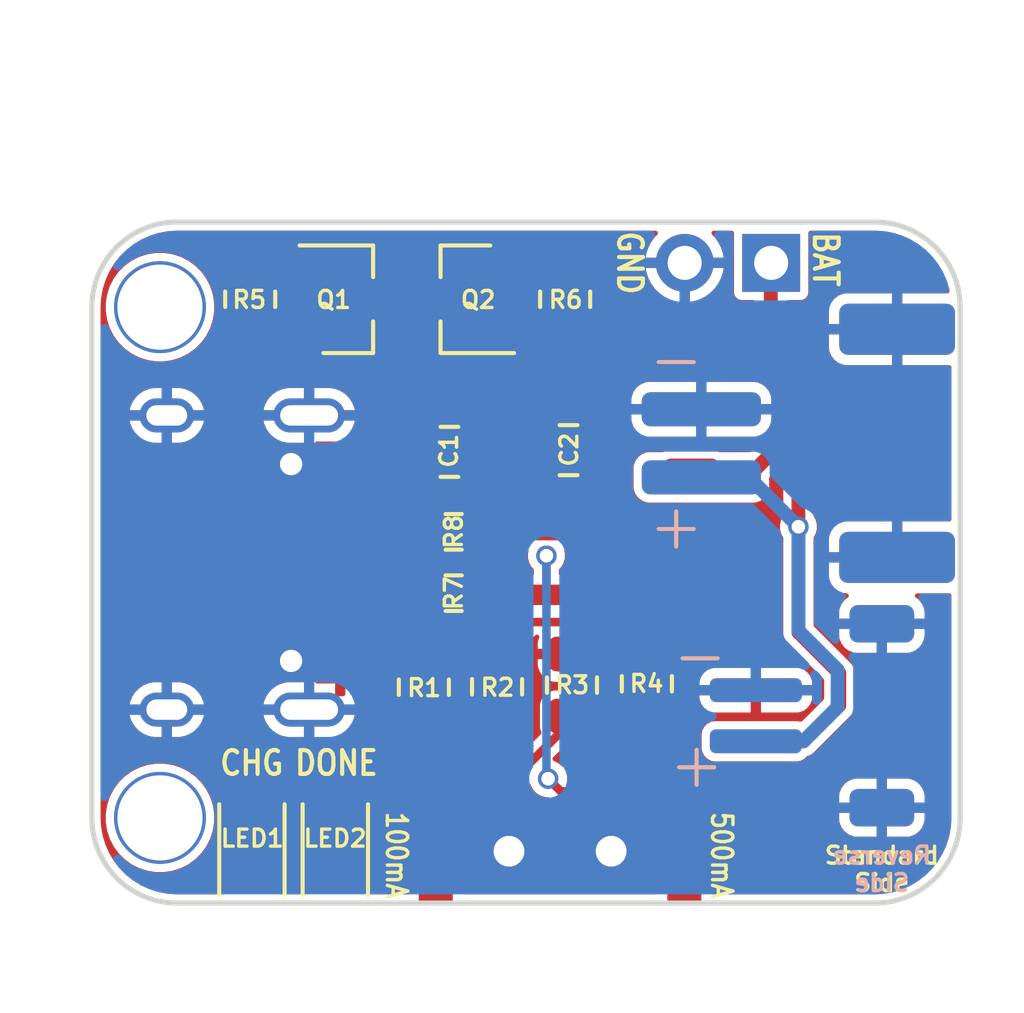
<source format=kicad_pcb>
(kicad_pcb (version 20241229) (generator "pcbnew") (generator_version "9.0")
  (layers (0 "F.Cu" signal "Top") (2 "B.Cu" signal "Bottom") (13 "F.Paste" user) (15 "B.Paste" user) (5 "F.SilkS" user "F.Silkscreen") (7 "B.SilkS" user "B.Silkscreen") (1 "F.Mask" user) (3 "B.Mask" user) (25 "Edge.Cuts" user))
  (net 0 "")
  (net 1 "GND")
  (net 2 "Net-(LED1-A)")
  (net 3 "Net-(Q1-S)")
  (net 4 "Net-(CN1-Pin_1)")
  (net 5 "Net-(LED1-K)")
  (net 6 "Net-(LED2-A)")
  (net 7 "Net-(Q1-G)")
  (net 8 "Net-(Q2-B)")
  (net 9 "Net-(U1-STAT)")
  (net 10 "Net-(SW1-A)")
  (net 11 "Net-(SW1-C)")
  (net 12 "Net-(SW1-B)")
  (net 13 "Net-(J1-CC2)")
  (net 14 "Net-(J1-CC1)")
  (footprint "Package_TO_SOT_SMD:SOT-23-5" (layer "F.Cu") (at 146.2 105 180)
    (property "Reference" "U1" (hide yes))
    (property "Value" "MCP73831T-2ACI/OT")
    (pad "1" smd roundrect (at -1.1375 -0.95 180) (size 1.325 0.6) (layers "F.Cu" "F.Mask" "F.Paste") (net 9 "Net-(U1-STAT)"))
    (pad "2" smd roundrect (at -1.1375 0 180) (size 1.325 0.6) (layers "F.Cu" "F.Mask" "F.Paste") (net 1 "GND"))
    (pad "3" smd roundrect (at -1.1375 0.95 180) (size 1.325 0.6) (layers "F.Cu" "F.Mask" "F.Paste") (net 3 "Net-(Q1-S)"))
    (pad "4" smd roundrect (at 1.1375 0.95 180) (size 1.325 0.6) (layers "F.Cu" "F.Mask" "F.Paste") (net 2 "Net-(LED1-A)"))
    (pad "5" smd roundrect (at 1.1375 -0.95 180) (size 1.325 0.6) (layers "F.Cu" "F.Mask" "F.Paste") (net 12 "Net-(SW1-B)"))
  )
  (footprint "LED_SMD:LED_0805_2012Metric" (layer "F.Cu") (at 136.45 113.1 90)
    (property "Reference" "LED1" (at -0.003 0.011 0) (layer "F.SilkS") (effects (font (size 0.5 0.5) (thickness 0.1))))
    (property "Value" "RED")
    (fp_line (start 1 -0.96) (end -1.685 -0.96) (stroke (width 0.12)) (layer "F.SilkS"))
    (fp_line (start -1.685 0.96) (end 1 0.96) (stroke (width 0.12)) (layer "F.SilkS"))
    (pad "1" smd roundrect (at -0.9375 0 90) (size 0.975 1.4) (layers "F.Cu" "F.Mask" "F.Paste") (net 5 "Net-(LED1-K)"))
    (pad "2" smd roundrect (at 0.9375 0 90) (size 0.975 1.4) (layers "F.Cu" "F.Mask" "F.Paste") (net 2 "Net-(LED1-A)"))
  )
  (footprint "LED_SMD:LED_0805_2012Metric" (layer "F.Cu") (at 138.9 113.1 90)
    (property "Reference" "LED2" (at -0.003 -0.007 0) (layer "F.SilkS") (effects (font (size 0.5 0.5) (thickness 0.1))))
    (property "Value" "GREEN")
    (fp_line (start 1 -0.96) (end -1.685 -0.96) (stroke (width 0.12)) (layer "F.SilkS"))
    (fp_line (start -1.685 0.96) (end 1 0.96) (stroke (width 0.12)) (layer "F.SilkS"))
    (pad "1" smd roundrect (at -0.9375 0 90) (size 0.975 1.4) (layers "F.Cu" "F.Mask" "F.Paste") (net 1 "GND"))
    (pad "2" smd roundrect (at 0.9375 0 90) (size 0.975 1.4) (layers "F.Cu" "F.Mask" "F.Paste") (net 6 "Net-(LED2-A)"))
  )
  (footprint "Resistor_SMD:R_0805_2012Metric" (layer "F.Cu") (at 141.5 108.6625 90)
    (property "Reference" "R1" (at -0.0209 0.0079 0) (layer "F.SilkS") (effects (font (size 0.5 0.5) (thickness 0.1))))
    (property "Value" "470")
    (fp_line (start -0.227064 -0.735) (end 0.227064 -0.735) (stroke (width 0.12)) (layer "F.SilkS"))
    (fp_line (start -0.227064 0.735) (end 0.227064 0.735) (stroke (width 0.12)) (layer "F.SilkS"))
    (pad "1" smd roundrect (at -0.9125 0 90) (size 1.025 1.4) (layers "F.Cu" "F.Mask" "F.Paste") (roundrect_rratio 0.243902) (net 5 "Net-(LED1-K)"))
    (pad "2" smd roundrect (at 0.9125 0 90) (size 1.025 1.4) (layers "F.Cu" "F.Mask" "F.Paste") (roundrect_rratio 0.243902) (net 9 "Net-(U1-STAT)"))
  )
  (footprint "Resistor_SMD:R_0805_2012Metric" (layer "F.Cu") (at 143.65 108.65 90)
    (property "Reference" "R2" (at -0.0209 0.0129 0) (layer "F.SilkS") (effects (font (size 0.5 0.5) (thickness 0.1))))
    (property "Value" "470")
    (fp_line (start -0.227064 -0.735) (end 0.227064 -0.735) (stroke (width 0.12)) (layer "F.SilkS"))
    (fp_line (start -0.227064 0.735) (end 0.227064 0.735) (stroke (width 0.12)) (layer "F.SilkS"))
    (pad "1" smd roundrect (at -0.9125 0 90) (size 1.025 1.4) (layers "F.Cu" "F.Mask" "F.Paste") (roundrect_rratio 0.243902) (net 6 "Net-(LED2-A)"))
    (pad "2" smd roundrect (at 0.9125 0 90) (size 1.025 1.4) (layers "F.Cu" "F.Mask" "F.Paste") (roundrect_rratio 0.243902) (net 9 "Net-(U1-STAT)"))
  )
  (footprint "Connector_JST:JST_PH_S2B-PH-SM4-TB_1x02-1MP_P2.00mm_Horizontal" (layer "F.Cu") (at 152.5 101.5 90)
    (property "Reference" "CN1" (hide yes))
    (property "Value" "JSTPH" (hide yes))
    (pad "1" smd roundrect (at -1 -2.85 90) (size 1 3.5) (layers "F.Cu" "F.Mask" "F.Paste") (net 4 "Net-(CN1-Pin_1)"))
    (pad "2" smd roundrect (at 1 -2.85 90) (size 1 3.5) (layers "F.Cu" "F.Mask" "F.Paste") (net 1 "GND"))
    (pad "MP" smd roundrect (at -3.35 2.9 90) (size 1.5 3.4) (layers "F.Cu" "F.Mask" "F.Paste") (roundrect_rratio 0.166667) (net 1 "GND"))
    (pad "MP" smd roundrect (at 3.35 2.9 90) (size 1.5 3.4) (layers "F.Cu" "F.Mask" "F.Paste") (roundrect_rratio 0.166667) (net 1 "GND"))
  )
  (footprint "Capacitor_SMD:C_0805_2012Metric" (layer "F.Cu") (at 142.25 101.75)
    (property "Reference" "C1" (at -0.0159 -0.0301 90) (layer "F.SilkS") (effects (font (size 0.5 0.5) (thickness 0.1))))
    (property "Value" "10µF")
    (fp_line (start -0.261252 -0.735) (end 0.261252 -0.735) (stroke (width 0.12)) (layer "F.SilkS"))
    (fp_line (start -0.261252 0.735) (end 0.261252 0.735) (stroke (width 0.12)) (layer "F.SilkS"))
    (pad "1" smd roundrect (at -0.95 0) (size 1 1.45) (layers "F.Cu" "F.Mask" "F.Paste") (net 2 "Net-(LED1-A)"))
    (pad "2" smd roundrect (at 0.95 0) (size 1 1.45) (layers "F.Cu" "F.Mask" "F.Paste") (net 1 "GND"))
  )
  (footprint "Capacitor_SMD:C_0805_2012Metric" (layer "F.Cu") (at 145.75 101.7 180)
    (property "Reference" "C2" (at -0.0159 0.0149 90) (layer "F.SilkS") (effects (font (size 0.5 0.5) (thickness 0.1))))
    (property "Value" "10µF")
    (fp_line (start -0.261252 0.735) (end 0.261252 0.735) (stroke (width 0.12)) (layer "F.SilkS"))
    (fp_line (start -0.261252 -0.735) (end 0.261252 -0.735) (stroke (width 0.12)) (layer "F.SilkS"))
    (pad "1" smd roundrect (at -0.95 0 180) (size 1 1.45) (layers "F.Cu" "F.Mask" "F.Paste") (net 3 "Net-(Q1-S)"))
    (pad "2" smd roundrect (at 0.95 0 180) (size 1 1.45) (layers "F.Cu" "F.Mask" "F.Paste") (net 1 "GND"))
  )
  (footprint "Resistor_SMD:R_0805_2012Metric" (layer "F.Cu") (at 145.85 108.6 90)
    (property "Reference" "R3" (at 0 0.0071 0) (layer "F.SilkS") (effects (font (size 0.5 0.5) (thickness 0.1))))
    (property "Value" "10K")
    (fp_line (start -0.227064 -0.735) (end 0.227064 -0.735) (stroke (width 0.12)) (layer "F.SilkS"))
    (fp_line (start -0.227064 0.735) (end 0.227064 0.735) (stroke (width 0.12)) (layer "F.SilkS"))
    (pad "1" smd roundrect (at -0.9125 0 90) (size 1.025 1.4) (layers "F.Cu" "F.Mask" "F.Paste") (roundrect_rratio 0.243902) (net 10 "Net-(SW1-A)"))
    (pad "2" smd roundrect (at 0.9125 0 90) (size 1.025 1.4) (layers "F.Cu" "F.Mask" "F.Paste") (roundrect_rratio 0.243902) (net 1 "GND"))
  )
  (footprint "Resistor_SMD:R_0805_2012Metric" (layer "F.Cu") (at 148.05 108.5625 90)
    (property "Reference" "R4" (at 0.0024 -0.0099 0) (layer "F.SilkS") (effects (font (size 0.5 0.5) (thickness 0.1))))
    (property "Value" "2K")
    (fp_line (start -0.227064 -0.735) (end 0.227064 -0.735) (stroke (width 0.12)) (layer "F.SilkS"))
    (fp_line (start -0.227064 0.735) (end 0.227064 0.735) (stroke (width 0.12)) (layer "F.SilkS"))
    (pad "1" smd roundrect (at -0.9125 0 90) (size 1.025 1.4) (layers "F.Cu" "F.Mask" "F.Paste") (roundrect_rratio 0.243902) (net 11 "Net-(SW1-C)"))
    (pad "2" smd roundrect (at 0.9125 0 90) (size 1.025 1.4) (layers "F.Cu" "F.Mask" "F.Paste") (roundrect_rratio 0.243902) (net 1 "GND"))
  )
  (footprint "Connector_PinHeader_2.54mm:PinHeader_1x02_P2.54mm_Vertical" (layer "F.Cu") (at 151.7 96.2 -90)
    (property "Reference" "JP1" (hide yes))
    (property "Value" "Conn_01x02_Female")
    (pad "1" thru_hole rect (at 0 0) (size 1.7 1.7) (drill 1) (layers "*.Cu" "*.Mask") (net 4 "Net-(CN1-Pin_1)"))
    (pad "2" thru_hole oval (at 0 2.54 270) (size 1.7 1.7) (drill 1) (layers "*.Cu" "*.Mask") (net 1 "GND"))
  )
  (footprint "Package_TO_SOT_SMD:SOT-23" (layer "F.Cu") (at 139.25 97.26875)
    (property "Reference" "Q1" (at -0.3985 0.014 0) (layer "F.SilkS") (effects (font (size 0.5 0.5) (thickness 0.1))))
    (property "Value" "SOT-23")
    (fp_line (start 0.76 -1.58) (end -1.4 -1.58) (stroke (width 0.12)) (layer "F.SilkS"))
    (fp_line (start 0.76 -1.58) (end 0.76 -0.65) (stroke (width 0.12)) (layer "F.SilkS"))
    (fp_line (start 0.76 1.58) (end -0.7 1.58) (stroke (width 0.12)) (layer "F.SilkS"))
    (fp_line (start 0.76 1.58) (end 0.76 0.65) (stroke (width 0.12)) (layer "F.SilkS"))
    (pad "1" smd rect (at -1 -0.95) (size 0.9 0.8) (layers "F.Cu" "F.Mask" "F.Paste") (net 7 "Net-(Q1-G)"))
    (pad "2" smd rect (at -1 0.95) (size 0.9 0.8) (layers "F.Cu" "F.Mask" "F.Paste") (net 3 "Net-(Q1-S)"))
    (pad "3" smd rect (at 1 0) (size 0.9 0.8) (layers "F.Cu" "F.Mask" "F.Paste") (net 4 "Net-(CN1-Pin_1)"))
  )
  (footprint "Resistor_SMD:R_0805_2012Metric" (layer "F.Cu") (at 136.4 97.26875 90)
    (property "Reference" "R5" (at -0.014 -0.0275 0) (layer "F.SilkS") (effects (font (size 0.5 0.5) (thickness 0.1))))
    (property "Value" "R_0805_2012Metric")
    (fp_line (start -0.227064 -0.735) (end 0.227064 -0.735) (stroke (width 0.12)) (layer "F.SilkS"))
    (fp_line (start -0.227064 0.735) (end 0.227064 0.735) (stroke (width 0.12)) (layer "F.SilkS"))
    (pad "1" smd roundrect (at -0.9125 0 90) (size 1.025 1.4) (layers "F.Cu" "F.Mask" "F.Paste") (roundrect_rratio 0.243902) (net 3 "Net-(Q1-S)"))
    (pad "2" smd roundrect (at 0.9125 0 90) (size 1.025 1.4) (layers "F.Cu" "F.Mask" "F.Paste") (roundrect_rratio 0.243902) (net 7 "Net-(Q1-G)"))
  )
  (footprint "Package_TO_SOT_SMD:SOT-23" (layer "F.Cu") (at 142.75 97.26875 180)
    (property "Reference" "Q2" (at -0.3455 -0.014 0) (layer "F.SilkS") (effects (font (size 0.5 0.5) (thickness 0.1))))
    (property "Value" "SOT-23")
    (fp_line (start 0.76 1.58) (end 0.76 0.65) (stroke (width 0.12)) (layer "F.SilkS"))
    (fp_line (start 0.76 1.58) (end -0.7 1.58) (stroke (width 0.12)) (layer "F.SilkS"))
    (fp_line (start 0.76 -1.58) (end 0.76 -0.65) (stroke (width 0.12)) (layer "F.SilkS"))
    (fp_line (start 0.76 -1.58) (end -1.4 -1.58) (stroke (width 0.12)) (layer "F.SilkS"))
    (pad "1" smd rect (at -1 -0.95 180) (size 0.9 0.8) (layers "F.Cu" "F.Mask" "F.Paste") (net 8 "Net-(Q2-B)"))
    (pad "2" smd rect (at -1 0.95 180) (size 0.9 0.8) (layers "F.Cu" "F.Mask" "F.Paste") (net 1 "GND"))
    (pad "3" smd rect (at 1 0 180) (size 0.9 0.8) (layers "F.Cu" "F.Mask" "F.Paste") (net 7 "Net-(Q1-G)"))
  )
  (footprint "Resistor_SMD:R_0805_2012Metric" (layer "F.Cu") (at 145.65 97.26875 90)
    (property "Reference" "R6" (at -0.014 0.0126 0) (layer "F.SilkS") (effects (font (size 0.5 0.5) (thickness 0.1))))
    (property "Value" "R_0805_2012Metric")
    (fp_line (start -0.227064 -0.735) (end 0.227064 -0.735) (stroke (width 0.12)) (layer "F.SilkS"))
    (fp_line (start -0.227064 0.735) (end 0.227064 0.735) (stroke (width 0.12)) (layer "F.SilkS"))
    (pad "1" smd roundrect (at -0.9125 0 90) (size 1.025 1.4) (layers "F.Cu" "F.Mask" "F.Paste") (roundrect_rratio 0.243902) (net 4 "Net-(CN1-Pin_1)"))
    (pad "2" smd roundrect (at 0.9125 0 90) (size 1.025 1.4) (layers "F.Cu" "F.Mask" "F.Paste") (roundrect_rratio 0.243902) (net 8 "Net-(Q2-B)"))
  )
  (footprint "Connector_JST:JST_ZH_S2B-ZR-SM4A-TF_1x02-1MP_P1.50mm_Horizontal" (layer "F.Cu") (at 152.9 109.5 90)
    (property "Reference" "CN2" (hide yes))
    (property "Value" "JSTZH")
    (pad "1" smd roundrect (at -0.75 -1.65 90) (size 0.7 2.7) (layers "F.Cu" "F.Mask" "F.Paste") (net 4 "Net-(CN1-Pin_1)"))
    (pad "2" smd roundrect (at 0.75 -1.65 90) (size 0.7 2.7) (layers "F.Cu" "F.Mask" "F.Paste") (net 1 "GND"))
    (pad "MP" smd roundrect (at -2.7 2.05 90) (size 1.1 1.9) (layers "F.Cu" "F.Mask" "F.Paste") (roundrect_rratio 0.227273) (net 1 "GND"))
    (pad "MP" smd roundrect (at 2.7 2.05 90) (size 1.1 1.9) (layers "F.Cu" "F.Mask" "F.Paste") (roundrect_rratio 0.227273) (net 1 "GND"))
  )
  (footprint "MountingHole:MountingHole_2.5mm" (layer "F.Cu") (at 140.65 111.7214)
    (property "Reference" "H1" (hide yes))
    (property "Value" "MountingHole_2.5mm" (hide yes))
    (pad "" np_thru_hole circle (at -6.9 0.7786) (size 2.7 2.7) (drill 2.5) (layers "*.Cu" "*.Mask"))
  )
  (footprint "Resistor_SMD:R_0603_1608Metric" (layer "F.Cu") (at 142.375 104.1)
    (property "Reference" "R8" (at 0 0 270) (layer "F.SilkS") (effects (font (size 0.5 0.5) (thickness 0.1) (bold yes))))
    (property "Value" "5.1k")
    (fp_line (start -0.237258 -0.5225) (end 0.237258 -0.5225) (stroke (width 0.12)) (layer "F.SilkS"))
    (fp_line (start -0.237258 0.5225) (end 0.237258 0.5225) (stroke (width 0.12)) (layer "F.SilkS"))
    (pad "1" smd roundrect (at -0.825 0) (size 0.8 0.95) (layers "F.Cu" "F.Mask" "F.Paste") (net 14 "Net-(J1-CC1)"))
    (pad "2" smd roundrect (at 0.825 0) (size 0.8 0.95) (layers "F.Cu" "F.Mask" "F.Paste") (net 1 "GND"))
  )
  (footprint "MountingHole:MountingHole_2.5mm" (layer "F.Cu") (at 140.65 97.2714)
    (property "Reference" "H2" (hide yes))
    (property "Value" "MountingHole_2.5mm" (hide yes))
    (pad "" np_thru_hole circle (at -6.9 0.2286) (size 2.7 2.7) (drill 2.5) (layers "*.Cu" "*.Mask"))
  )
  (footprint "Button_Switch_SMD:SW_SPDT_PCM12" (layer "F.Cu") (at 145.5 113.15)
    (property "Reference" "SW1" (hide yes))
    (property "Value" "SW_SPDT")
    (pad "" smd rect (at -3.65 -0.78) (size 1 0.8) (layers "F.Cu" "F.Mask" "F.Paste"))
    (pad "" smd rect (at -3.65 1.43) (size 1 0.8) (layers "F.Cu" "F.Mask" "F.Paste"))
    (pad "" np_thru_hole circle (at -1.5 0.33) (size 0.9 0.9) (drill 0.9) (layers "*.Cu" "*.Mask"))
    (pad "" np_thru_hole circle (at 1.5 0.33) (size 0.9 0.9) (drill 0.9) (layers "*.Cu" "*.Mask"))
    (pad "" smd rect (at 3.65 -0.78) (size 1 0.8) (layers "F.Cu" "F.Mask" "F.Paste"))
    (pad "" smd rect (at 3.65 1.43) (size 1 0.8) (layers "F.Cu" "F.Mask" "F.Paste"))
    (pad "1" smd rect (at -2.25 -1.43) (size 0.7 1.5) (layers "F.Cu" "F.Mask" "F.Paste") (net 10 "Net-(SW1-A)"))
    (pad "2" smd rect (at 0.75 -1.43) (size 0.7 1.5) (layers "F.Cu" "F.Mask" "F.Paste") (net 12 "Net-(SW1-B)"))
    (pad "3" smd rect (at 2.25 -1.43) (size 0.7 1.5) (layers "F.Cu" "F.Mask" "F.Paste") (net 11 "Net-(SW1-C)"))
  )
  (footprint "Connector_USB:USB_C_Receptacle_HRO_TYPE-C-31-M-12" (layer "F.Cu") (at 135 105 -90)
    (property "Reference" "J1" (hide yes))
    (property "Value" "USB_C_Receptacle_USB2.0_16P")
    (pad "" np_thru_hole circle (at -2.89 -2.6 270) (size 0.65 0.65) (drill 0.65) (layers "*.Cu" "*.Mask"))
    (pad "" np_thru_hole circle (at 2.89 -2.6 270) (size 0.65 0.65) (drill 0.65) (layers "*.Cu" "*.Mask"))
    (pad "A1" smd rect (at -3.25 -4.045 270) (size 0.6 1.45) (layers "F.Cu" "F.Mask" "F.Paste") (net 1 "GND"))
    (pad "A4" smd rect (at -2.45 -4.045 270) (size 0.6 1.45) (layers "F.Cu" "F.Mask" "F.Paste") (net 2 "Net-(LED1-A)"))
    (pad "A5" smd rect (at -1.25 -4.045 270) (size 0.3 1.45) (layers "F.Cu" "F.Mask" "F.Paste") (net 14 "Net-(J1-CC1)"))
    (pad "A6" smd rect (at -0.25 -4.045 270) (size 0.3 1.45) (layers "F.Cu" "F.Mask" "F.Paste"))
    (pad "A7" smd rect (at 0.25 -4.045 270) (size 0.3 1.45) (layers "F.Cu" "F.Mask" "F.Paste"))
    (pad "A8" smd rect (at 1.25 -4.045 270) (size 0.3 1.45) (layers "F.Cu" "F.Mask" "F.Paste"))
    (pad "A9" smd rect (at 2.45 -4.045 270) (size 0.6 1.45) (layers "F.Cu" "F.Mask" "F.Paste") (net 2 "Net-(LED1-A)"))
    (pad "A12" smd rect (at 3.25 -4.045 270) (size 0.6 1.45) (layers "F.Cu" "F.Mask" "F.Paste") (net 1 "GND"))
    (pad "B1" smd rect (at 3.25 -4.045 270) (size 0.6 1.45) (layers "F.Cu" "F.Mask" "F.Paste") (net 1 "GND"))
    (pad "B4" smd rect (at 2.45 -4.045 270) (size 0.6 1.45) (layers "F.Cu" "F.Mask" "F.Paste") (net 2 "Net-(LED1-A)"))
    (pad "B5" smd rect (at 1.75 -4.045 270) (size 0.3 1.45) (layers "F.Cu" "F.Mask" "F.Paste") (net 13 "Net-(J1-CC2)"))
    (pad "B6" smd rect (at 0.75 -4.045 270) (size 0.3 1.45) (layers "F.Cu" "F.Mask" "F.Paste"))
    (pad "B7" smd rect (at -0.75 -4.045 270) (size 0.3 1.45) (layers "F.Cu" "F.Mask" "F.Paste"))
    (pad "B8" smd rect (at -1.75 -4.045 270) (size 0.3 1.45) (layers "F.Cu" "F.Mask" "F.Paste"))
    (pad "B9" smd rect (at -2.45 -4.045 270) (size 0.6 1.45) (layers "F.Cu" "F.Mask" "F.Paste") (net 2 "Net-(LED1-A)"))
    (pad "B12" smd rect (at -3.25 -4.045 270) (size 0.6 1.45) (layers "F.Cu" "F.Mask" "F.Paste") (net 1 "GND"))
    (pad "S1" thru_hole oval (at -4.32 -3.13 270) (size 1 2.1) (drill oval 0.6 1.7) (layers "*.Cu" "*.Mask") (net 1 "GND"))
    (pad "S1" thru_hole oval (at -4.32 1.05 270) (size 1 1.6) (drill oval 0.6 1.2) (layers "*.Cu" "*.Mask") (net 1 "GND"))
    (pad "S1" thru_hole oval (at 4.32 -3.13 270) (size 1 2.1) (drill oval 0.6 1.7) (layers "*.Cu" "*.Mask") (net 1 "GND"))
    (pad "S1" thru_hole oval (at 4.32 1.05 270) (size 1 1.6) (drill oval 0.6 1.2) (layers "*.Cu" "*.Mask") (net 1 "GND"))
  )
  (footprint "Resistor_SMD:R_0603_1608Metric" (layer "F.Cu") (at 142.375 105.9)
    (property "Reference" "R7" (at 0 0 270) (layer "F.SilkS") (effects (font (size 0.5 0.5) (thickness 0.1))))
    (property "Value" "5.1k")
    (fp_line (start -0.237258 -0.5225) (end 0.237258 -0.5225) (stroke (width 0.12)) (layer "F.SilkS"))
    (fp_line (start -0.237258 0.5225) (end 0.237258 0.5225) (stroke (width 0.12)) (layer "F.SilkS"))
    (pad "1" smd roundrect (at -0.825 0) (size 0.8 0.95) (layers "F.Cu" "F.Mask" "F.Paste") (net 13 "Net-(J1-CC2)"))
    (pad "2" smd roundrect (at 0.825 0) (size 0.8 0.95) (layers "F.Cu" "F.Mask" "F.Paste") (net 1 "GND"))
  )
  (footprint "Connector_JST:JST_ZH_S2B-ZR-SM4A-TF_1x02-1MP_P1.50mm_Horizontal" (layer "B.Cu") (at 152.9 109.5 -90)
    (property "Reference" "CN4" (hide yes))
    (property "Value" "JSTZH")
    (pad "1" smd roundrect (at -0.75 1.65 270) (size 0.7 2.7) (layers "B.Cu" "B.Mask" "B.Paste") (net 1 "GND"))
    (pad "2" smd roundrect (at 0.75 1.65 270) (size 0.7 2.7) (layers "B.Cu" "B.Mask" "B.Paste") (net 4 "Net-(CN1-Pin_1)"))
    (pad "MP" smd roundrect (at -2.7 -2.05 270) (size 1.1 1.9) (layers "B.Cu" "B.Mask" "B.Paste") (roundrect_rratio 0.227273) (net 1 "GND"))
    (pad "MP" smd roundrect (at 2.7 -2.05 270) (size 1.1 1.9) (layers "B.Cu" "B.Mask" "B.Paste") (roundrect_rratio 0.227273) (net 1 "GND"))
  )
  (footprint "Connector_JST:JST_PH_S2B-PH-SM4-TB_1x02-1MP_P2.00mm_Horizontal" (layer "B.Cu") (at 152.5 101.5 -90)
    (property "Reference" "CN3" (hide yes))
    (property "Value" "JSTPH")
    (pad "1" smd roundrect (at -1 2.85 270) (size 1 3.5) (layers "B.Cu" "B.Mask" "B.Paste") (net 1 "GND"))
    (pad "2" smd roundrect (at 1 2.85 270) (size 1 3.5) (layers "B.Cu" "B.Mask" "B.Paste") (net 4 "Net-(CN1-Pin_1)"))
    (pad "MP" smd roundrect (at -3.35 -2.9 270) (size 1.5 3.4) (layers "B.Cu" "B.Mask" "B.Paste") (roundrect_rratio 0.166667) (net 1 "GND"))
    (pad "MP" smd roundrect (at 3.35 -2.9 270) (size 1.5 3.4) (layers "B.Cu" "B.Mask" "B.Paste") (roundrect_rratio 0.166667) (net 1 "GND"))
  )
  (gr_line (start 131.75 112.5) (end 131.75 97.5) (stroke (width 0.15)) (layer "Edge.Cuts"))
  (gr_arc (start 157.25 112.500001) (mid 156.517766 114.267768) (end 154.749999 115) (stroke (width 0.15)) (layer "Edge.Cuts"))
  (gr_line (start 154.75 115) (end 134.25 115) (stroke (width 0.15)) (layer "Edge.Cuts"))
  (gr_arc (start 134.25 115) (mid 132.482233 114.267767) (end 131.75 112.5) (stroke (width 0.15)) (layer "Edge.Cuts"))
  (gr_line (start 134.25 95) (end 154.75 95) (stroke (width 0.15)) (layer "Edge.Cuts"))
  (gr_line (start 157.25 97.5) (end 157.25 112.5) (stroke (width 0.15)) (layer "Edge.Cuts"))
  (gr_arc (start 154.75 95) (mid 156.517767 95.732233) (end 157.25 97.5) (stroke (width 0.15)) (layer "Edge.Cuts"))
  (gr_arc (start 131.75 97.5) (mid 132.482233 95.732233) (end 134.25 95) (stroke (width 0.15)) (layer "Edge.Cuts"))
  (gr_text "-" (at 148 99.8 0) (layer "F.SilkS") (effects (font (size 1.35128 1.35128) (thickness 0.113792)) (justify left bottom)))
  (gr_text "+" (at 148 104.7 0) (layer "F.SilkS") (effects (font (size 1.35128 1.35128) (thickness 0.113792)) (justify left bottom)))
  (gr_text "100mA" (at 140.7 113.6 -90) (layer "F.SilkS") (effects (font (size 0.6 0.5) (thickness 0.1))))
  (gr_text "+" (at 148.6 111.7 0) (layer "F.SilkS") (effects (font (size 1.35128 1.35128) (thickness 0.113792)) (justify left bottom)))
  (gr_text "Standard\nSide" (at 154.95 114.7 0) (layer "F.SilkS") (effects (font (size 0.5 0.5) (thickness 0.1)) (justify bottom)))
  (gr_text "500mA" (at 150.25 113.6 270) (layer "F.SilkS") (effects (font (size 0.6 0.5) (thickness 0.1))))
  (gr_text "-" (at 148.7 108.5 0) (layer "F.SilkS") (effects (font (size 1.35128 1.35128) (thickness 0.113792)) (justify left bottom)))
  (gr_text "DONE" (at 137.65 111.3 0) (layer "F.SilkS") (effects (font (size 0.7 0.6) (thickness 0.12192)) (justify left bottom)))
  (gr_text "BAT" (at 153.3 96.1 -90) (layer "F.SilkS") (effects (font (size 0.7 0.6) (thickness 0.12192))))
  (gr_text "GND" (at 147.55 96.2 -90) (layer "F.SilkS") (effects (font (size 0.7 0.6) (thickness 0.12192))))
  (gr_text "CHG" (at 135.45 111.3 0) (layer "F.SilkS") (effects (font (size 0.7 0.6) (thickness 0.12192)) (justify left bottom)))
  (gr_text "+" (at 148.6 111.7 0) (layer "B.SilkS") (effects (font (size 1.35128 1.35128) (thickness 0.113792)) (justify left bottom)))
  (gr_text "Reverse\nSide" (at 154.95 114.7 0) (layer "B.SilkS") (effects (font (size 0.5 0.5) (thickness 0.1)) (justify bottom mirror)))
  (gr_text "+" (at 148 104.7 0) (layer "B.SilkS") (effects (font (size 1.35128 1.35128) (thickness 0.113792)) (justify left bottom)))
  (gr_text "-" (at 148 99.8 0) (layer "B.SilkS") (effects (font (size 1.35128 1.35128) (thickness 0.113792)) (justify left bottom)))
  (gr_text "-" (at 148.7 108.5 0) (layer "B.SilkS") (effects (font (size 1.35128 1.35128) (thickness 0.113792)) (justify left bottom)))
  (segment (start 145.8 107.7375) (end 145.85 107.6875) (width 0.25) (layer "F.Cu") (net 1))
  (segment (start 138.27 102.58) (end 137.7 103.15) (width 0.25) (layer "F.Cu") (net 2))
  (segment (start 137.7 106.9) (end 137.8 107) (width 0.25) (layer "F.Cu") (net 2))
  (segment (start 139.045 107.48) (end 138.28 107.48) (width 0.25) (layer "F.Cu") (net 2))
  (segment (start 139.97 102.58) (end 140.65 101.9) (width 0.25) (layer "F.Cu") (net 2))
  (segment (start 142.6 102.9) (end 144.1625 102.9) (width 0.25) (layer "F.Cu") (net 2))
  (segment (start 137.7 103.15) (end 137.7 106.9) (width 0.25) (layer "F.Cu") (net 2))
  (segment (start 139.045 102.58) (end 138.27 102.58) (width 0.25) (layer "F.Cu") (net 2))
  (segment (start 141.15 101.9) (end 141.3 101.75) (width 0.25) (layer "F.Cu") (net 2))
  (segment (start 141.3 101.75) (end 141.45 101.75) (width 0.25) (layer "F.Cu") (net 2))
  (segment (start 136.1 107.6) (end 136.1 111.8125) (width 0.25) (layer "F.Cu") (net 2))
  (segment (start 138.28 107.48) (end 137.8 107) (width 0.25) (layer "F.Cu") (net 2))
  (segment (start 136.1 111.8125) (end 136.45 112.1625) (width 0.25) (layer "F.Cu") (net 2))
  (segment (start 144.1625 102.9) (end 145.0625 103.8) (width 0.25) (layer "F.Cu") (net 2))
  (segment (start 140.65 101.9) (end 141.15 101.9) (width 0.25) (layer "F.Cu") (net 2))
  (segment (start 137.8 107) (end 136.7 107) (width 0.25) (layer "F.Cu") (net 2))
  (segment (start 141.45 101.75) (end 142.6 102.9) (width 0.25) (layer "F.Cu") (net 2))
  (segment (start 136.7 107) (end 136.1 107.6) (width 0.25) (layer "F.Cu") (net 2))
  (segment (start 139.045 102.58) (end 139.97 102.58) (width 0.25) (layer "F.Cu") (net 2))
  (segment (start 140.65 100.1) (end 138.76875 98.21875) (width 0.406) (layer "F.Cu") (net 3))
  (segment (start 136.4 98.18125) (end 138.2125 98.18125) (width 0.406) (layer "F.Cu") (net 3))
  (segment (start 145.95 100.1) (end 140.65 100.1) (width 0.406) (layer "F.Cu") (net 3))
  (segment (start 138.2125 98.18125) (end 138.25 98.21875) (width 0.406) (layer "F.Cu") (net 3))
  (segment (start 147.3375 103.8) (end 147.3375 103.4875) (width 0.406) (layer "F.Cu") (net 3))
  (segment (start 147.3375 103.4875) (end 146.85 103) (width 0.406) (layer "F.Cu") (net 3))
  (segment (start 138.76875 98.21875) (end 138.25 98.21875) (width 0.406) (layer "F.Cu") (net 3))
  (segment (start 146.85 103) (end 146.85 101.85) (width 0.406) (layer "F.Cu") (net 3))
  (segment (start 146.85 101.85) (end 146.7 101.7) (width 0.406) (layer "F.Cu") (net 3))
  (segment (start 146.7 101.7) (end 146.7 100.85) (width 0.406) (layer "F.Cu") (net 3))
  (segment (start 146.7 100.85) (end 145.95 100.1) (width 0.406) (layer "F.Cu") (net 3))
  (segment (start 140.25 97.26875) (end 140.25 98.11875) (width 0.406) (layer "F.Cu") (net 4))
  (segment (start 153.7 108.25) (end 153.7 109.2) (width 0.406) (layer "F.Cu") (net 4))
  (segment (start 152.5 101) (end 152.5 107.05) (width 0.406) (layer "F.Cu") (net 4))
  (segment (start 140.25 98.11875) (end 141.55 99.41875) (width 0.406) (layer "F.Cu") (net 4))
  (segment (start 149.65 102.25) (end 151.25 102.25) (width 0.406) (layer "F.Cu") (net 4))
  (segment (start 153.7 109.2) (end 152.65 110.25) (width 0.406) (layer "F.Cu") (net 4))
  (segment (start 151.69 98.74) (end 151.7 98.75) (width 0.406) (layer "F.Cu") (net 4))
  (segment (start 145.65 98.71875) (end 144.95 99.41875) (width 0.406) (layer "F.Cu") (net 4))
  (segment (start 151.69 96.2) (end 151.69 98.74) (width 0.406) (layer "F.Cu") (net 4))
  (segment (start 147.35 98.75) (end 146.68125 99.41875) (width 0.406) (layer "F.Cu") (net 4))
  (segment (start 152.5 107.05) (end 153.7 108.25) (width 0.406) (layer "F.Cu") (net 4))
  (segment (start 152.65 110.25) (end 151.25 110.25) (width 0.406) (layer "F.Cu") (net 4))
  (segment (start 146.68125 99.41875) (end 144.95 99.41875) (width 0.406) (layer "F.Cu") (net 4))
  (segment (start 151.25 102.25) (end 152.5 101) (width 0.406) (layer "F.Cu") (net 4))
  (segment (start 152.5 99.55) (end 151.7 98.75) (width 0.406) (layer "F.Cu") (net 4))
  (segment (start 148.75 102.15) (end 149.95 102.15) (width 0.406) (layer "F.Cu") (net 4))
  (segment (start 152.5 101) (end 152.5 99.55) (width 0.406) (layer "F.Cu") (net 4))
  (segment (start 151.7 98.75) (end 147.35 98.75) (width 0.406) (layer "F.Cu") (net 4))
  (segment (start 141.55 99.41875) (end 144.95 99.41875) (width 0.406) (layer "F.Cu") (net 4))
  (segment (start 145.65 98.18125) (end 145.65 98.71875) (width 0.406) (layer "F.Cu") (net 4))
  (via (at 152.5 103.95) (size 0.6) (drill 0.4) (layers "F.Cu" "B.Cu") (net 4))
  (segment (start 152.5 103.95) (end 150.8 102.25) (width 0.406) (layer "B.Cu") (net 4))
  (segment (start 152.5 103.95) (end 152.5 107) (width 0.406) (layer "B.Cu") (net 4))
  (segment (start 153.65 108.15) (end 153.65 109.25) (width 0.406) (layer "B.Cu") (net 4))
  (segment (start 152.65 110.25) (end 151.25 110.25) (width 0.406) (layer "B.Cu") (net 4))
  (segment (start 153.65 109.25) (end 152.65 110.25) (width 0.406) (layer "B.Cu") (net 4))
  (segment (start 150.8 102.25) (end 149.65 102.25) (width 0.406) (layer "B.Cu") (net 4))
  (segment (start 152.5 107) (end 153.65 108.15) (width 0.406) (layer "B.Cu") (net 4))
  (segment (start 137.7 111.25) (end 138.5 110.45) (width 0.25) (layer "F.Cu") (net 5))
  (segment (start 138.5 110.45) (end 140.625 110.45) (width 0.25) (layer "F.Cu") (net 5))
  (segment (start 140.625 110.45) (end 141.5 109.575) (width 0.25) (layer "F.Cu") (net 5))
  (segment (start 137.7 112.7875) (end 137.7 111.25) (width 0.25) (layer "F.Cu") (net 5))
  (segment (start 136.45 114.0375) (end 137.7 112.7875) (width 0.25) (layer "F.Cu") (net 5))
  (segment (start 143.65 109.5625) (end 143.1875 109.5625) (width 0.25) (layer "F.Cu") (net 6))
  (segment (start 143.4875 109.5625) (end 141.75 111.3) (width 0.25) (layer "F.Cu") (net 6))
  (segment (start 143.65 109.5625) (end 143.4875 109.5625) (width 0.25) (layer "F.Cu") (net 6))
  (segment (start 141.75 111.3) (end 139.7625 111.3) (width 0.25) (layer "F.Cu") (net 6))
  (segment (start 139.7625 111.3) (end 138.9 112.1625) (width 0.25) (layer "F.Cu") (net 6))
  (segment (start 136.4 96.35625) (end 138.2125 96.35625) (width 0.406) (layer "F.Cu") (net 7))
  (segment (start 140.75 96.01875) (end 141.75 97.01875) (width 0.406) (layer "F.Cu") (net 7))
  (segment (start 138.2125 96.35625) (end 138.25 96.31875) (width 0.406) (layer "F.Cu") (net 7))
  (segment (start 138.55 96.01875) (end 140.75 96.01875) (width 0.406) (layer "F.Cu") (net 7))
  (segment (start 141.75 97.01875) (end 141.75 97.26875) (width 0.406) (layer "F.Cu") (net 7))
  (segment (start 138.25 96.31875) (end 138.55 96.01875) (width 0.406) (layer "F.Cu") (net 7))
  (segment (start 143.75 98.21875) (end 143.7875 98.21875) (width 0.406) (layer "F.Cu") (net 8))
  (segment (start 143.7875 98.21875) (end 145.65 96.35625) (width 0.406) (layer "F.Cu") (net 8))
  (segment (start 144.6375 106.75) (end 146.5375 106.75) (width 0.25) (layer "F.Cu") (net 9))
  (segment (start 146.5375 106.75) (end 147.3375 105.95) (width 0.25) (layer "F.Cu") (net 9))
  (segment (start 141.5 107.75) (end 143.6375 107.75) (width 0.25) (layer "F.Cu") (net 9))
  (segment (start 143.65 107.7375) (end 144.6375 106.75) (width 0.25) (layer "F.Cu") (net 9))
  (segment (start 143.6375 107.75) (end 143.65 107.7375) (width 0.25) (layer "F.Cu") (net 9))
  (segment (start 145.85 109.65) (end 145.85 109.5125) (width 0.25) (layer "F.Cu") (net 10))
  (segment (start 143.25 111.72) (end 143.78 111.72) (width 0.25) (layer "F.Cu") (net 10))
  (segment (start 145.85 109.5125) (end 145.5875 109.5125) (width 0.25) (layer "F.Cu") (net 10))
  (segment (start 143.78 111.72) (end 145.85 109.65) (width 0.25) (layer "F.Cu") (net 10))
  (segment (start 147.75 109.775) (end 148.05 109.475) (width 0.25) (layer "F.Cu") (net 11))
  (segment (start 147.75 111.72) (end 147.75 109.775) (width 0.25) (layer "F.Cu") (net 11))
  (segment (start 146.13 111.6) (end 146.25 111.72) (width 0.25) (layer "F.Cu") (net 12))
  (segment (start 145.1 105.6625) (end 145.1 104.8) (width 0.25) (layer "F.Cu") (net 12))
  (segment (start 145.52 111.72) (end 146.25 111.72) (width 0.25) (layer "F.Cu") (net 12))
  (segment (start 145.15 111.35) (end 145.52 111.72) (width 0.25) (layer "F.Cu") (net 12))
  (via (at 145.1 104.8) (size 0.6) (drill 0.4) (layers "F.Cu" "B.Cu") (net 12))
  (via (at 145.15 111.35) (size 0.6) (drill 0.4) (layers "F.Cu" "B.Cu") (net 12))
  (segment (start 145.1 111.3) (end 145.15 111.35) (width 0.25) (layer "B.Cu") (net 12))
  (segment (start 145.1 104.8) (end 145.1 111.3) (width 0.25) (layer "B.Cu") (net 12))
  (segment (start 140.85 105.9) (end 141.55 105.9) (width 0.25) (layer "F.Cu") (net 13))
  (segment (start 139.045 106.75) (end 140 106.75) (width 0.25) (layer "F.Cu") (net 13))
  (segment (start 140 106.75) (end 140.85 105.9) (width 0.25) (layer "F.Cu") (net 13))
  (segment (start 139.045 103.75) (end 141.2 103.75) (width 0.25) (layer "F.Cu") (net 14))
  (segment (start 141.2 103.75) (end 141.55 104.1) (width 0.25) (layer "F.Cu") (net 14))
  (zone (net 1) (net_name "GND") (layer "F.Cu") (priority 6) (connect_pads (clearance 0.24)) (min_thickness 0.14) (fill yes (thermal_gap 0.304) (thermal_bridge_width 0.304))
    (polygon (pts (xy 131.000667 115) (xy 131.000333 104.5214) (xy 131 95.0214) (xy 157.5 95) (xy 157.5 115)))
  )
  (zone (net 1) (net_name "GND") (layer "B.Cu") (priority 6) (connect_pads (clearance 0.254)) (min_thickness 0.254) (fill yes (thermal_gap 0.304) (thermal_bridge_width 0.304))
    (polygon (pts (xy 156.6291 94.9492) (xy 157.5 95) (xy 157.5 115) (xy 154.7 115) (xy 146.5 115) (xy 131 115) (xy 131 95)))
  )
)
</source>
